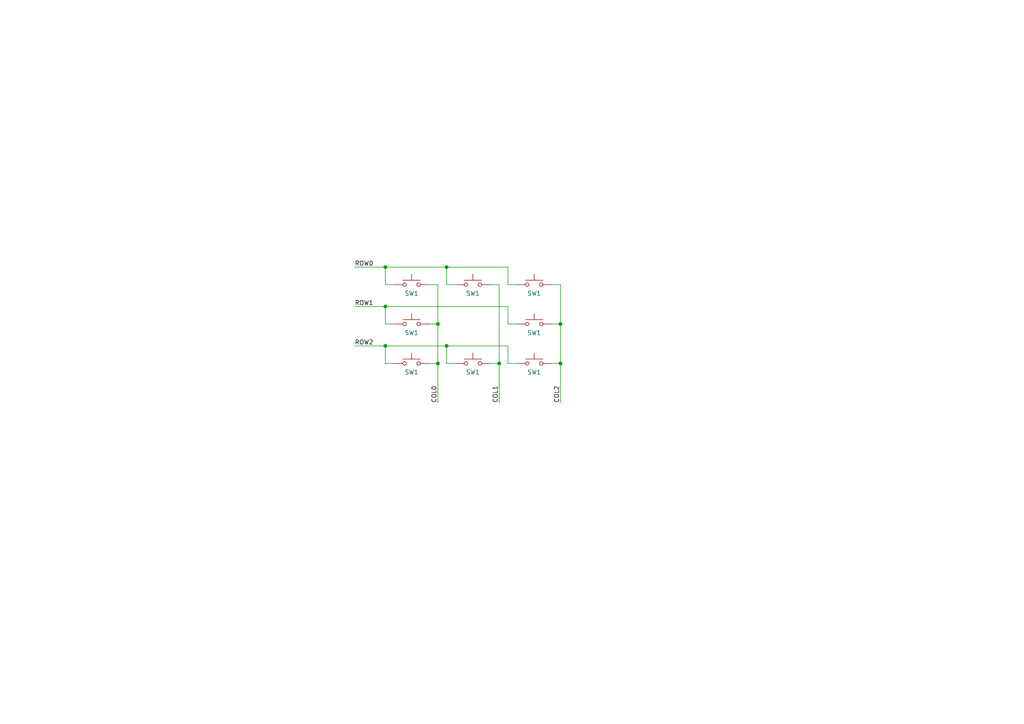
<source format=kicad_sch>
(kicad_sch (version 20230121) (generator eeschema)
  (paper "A4")
  (lib_symbols
    (symbol "Switch:SW_Push" (pin_numbers hide) (pin_names (offset 1.016) hide)
      (property "Reference" "SW" (at 1.27 2.54 0))
      (property "Value" "SW_Push" (at 0 -1.524 0))
      (symbol "SW_Push_0_1"
        (circle (center -2.032 0) (radius 0.508))
        (polyline (pts (xy 0 1.27) (xy 0 3.048)))
        (polyline (pts (xy 2.54 1.27) (xy -2.54 1.27)))
        (circle (center 2.032 0) (radius 0.508))
        (pin passive line (at -5.08 0 0) (length 2.54) (name "1") (number "1"))
        (pin passive line (at 5.08 0 180) (length 2.54) (name "2") (number "2"))
      )
    )
  )
  (junction (at 111.76 77.47))
  (junction (at 127 93.98))
  (junction (at 129.54 77.47))
  (junction (at 127 105.41))
  (junction (at 144.78 105.41))
  (junction (at 111.76 88.9))
  (junction (at 111.76 100.33))
  (junction (at 162.56 93.98))
  (junction (at 129.54 100.33))
  (junction (at 162.56 105.41))
  (wire (pts (xy 111.76 77.47) (xy 129.54 77.47)))
  (wire (pts (xy 129.54 100.33) (xy 129.54 105.41)))
  (wire (pts (xy 102.87 77.47) (xy 111.76 77.47)))
  (wire (pts (xy 102.87 100.33) (xy 111.76 100.33)))
  (wire (pts (xy 147.32 100.33) (xy 147.32 105.41)))
  (wire (pts (xy 129.54 77.47) (xy 147.32 77.47)))
  (wire (pts (xy 111.76 100.33) (xy 129.54 100.33)))
  (wire (pts (xy 147.32 88.9) (xy 147.32 93.98)))
  (wire (pts (xy 111.76 105.41) (xy 114.3 105.41)))
  (wire (pts (xy 162.56 93.98) (xy 162.56 105.41)))
  (wire (pts (xy 147.32 77.47) (xy 147.32 82.55)))
  (wire (pts (xy 111.76 93.98) (xy 114.3 93.98)))
  (wire (pts (xy 111.76 82.55) (xy 114.3 82.55)))
  (wire (pts (xy 129.54 105.41) (xy 132.08 105.41)))
  (wire (pts (xy 129.54 77.47) (xy 129.54 82.55)))
  (wire (pts (xy 129.54 100.33) (xy 147.32 100.33)))
  (wire (pts (xy 129.54 82.55) (xy 132.08 82.55)))
  (wire (pts (xy 147.32 82.55) (xy 149.86 82.55)))
  (wire (pts (xy 162.56 105.41) (xy 162.56 116.84)))
  (wire (pts (xy 162.56 82.55) (xy 162.56 93.98)))
  (wire (pts (xy 102.87 88.9) (xy 111.76 88.9)))
  (wire (pts (xy 111.76 100.33) (xy 111.76 105.41)))
  (wire (pts (xy 142.24 105.41) (xy 144.78 105.41)))
  (wire (pts (xy 124.46 82.55) (xy 127 82.55)))
  (wire (pts (xy 160.02 105.41) (xy 162.56 105.41)))
  (wire (pts (xy 147.32 93.98) (xy 149.86 93.98)))
  (wire (pts (xy 124.46 93.98) (xy 127 93.98)))
  (wire (pts (xy 142.24 82.55) (xy 144.78 82.55)))
  (wire (pts (xy 160.02 93.98) (xy 162.56 93.98)))
  (wire (pts (xy 127 93.98) (xy 127 105.41)))
  (wire (pts (xy 111.76 88.9) (xy 111.76 93.98)))
  (wire (pts (xy 160.02 82.55) (xy 162.56 82.55)))
  (wire (pts (xy 127 105.41) (xy 127 116.84)))
  (wire (pts (xy 124.46 105.41) (xy 127 105.41)))
  (wire (pts (xy 144.78 82.55) (xy 144.78 105.41)))
  (wire (pts (xy 111.76 88.9) (xy 147.32 88.9)))
  (wire (pts (xy 111.76 77.47) (xy 111.76 82.55)))
  (wire (pts (xy 127 82.55) (xy 127 93.98)))
  (wire (pts (xy 147.32 105.41) (xy 149.86 105.41)))
  (wire (pts (xy 144.78 105.41) (xy 144.78 116.84)))
  (label "ROW1" (at 102.87 88.9 0))
  (label "COL2" (at 162.56 116.84 90))
  (label "COL1" (at 144.78 116.84 90))
  (label "COL0" (at 127 116.84 90))
  (label "ROW2" (at 102.87 100.33 0))
  (label "ROW0" (at 102.87 77.47 0))
  (symbol (lib_id "Switch:SW_Push") (at 119.38 105.41 0) (unit 1) (on_board no)
    (property "Reference" "SW1" (at 119.38 107.95 0))
    (property "Value" "SW_Push" (effects hide))
    (property "Footprint" "Button_Switch_SMD:SW_Push_1P1T_NO_Vertical_Wuerth_434133025816" (effects hide))
    (instances (project "spotlight-v2" (path "" (reference "SW1") (unit 1))) (project "keyboard-matrix-testboard" (path "" (reference "SW6") (unit 1)) (path "" (reference "SW20") (unit 1))) (project "nrf-display" (path "" (reference "SW1") (unit 1))) (project "nrf-multi-io" (path "" (reference "SW1") (unit 1))))
  )
  (symbol (lib_id "Switch:SW_Push") (at 137.16 105.41 0) (unit 1) (on_board no)
    (property "Reference" "SW1" (at 137.16 107.95 0))
    (property "Value" "SW_Push" (effects hide))
    (property "Footprint" "Button_Switch_SMD:SW_Push_1P1T_NO_Vertical_Wuerth_434133025816" (effects hide))
    (instances (project "spotlight-v2" (path "" (reference "SW1") (unit 1))) (project "keyboard-matrix-testboard" (path "" (reference "SW7") (unit 1)) (path "" (reference "SW22") (unit 1))) (project "nrf-display" (path "" (reference "SW1") (unit 1))) (project "nrf-multi-io" (path "" (reference "SW1") (unit 1))))
  )
  (symbol (lib_id "Switch:SW_Push") (at 154.94 93.98 0) (unit 1) (on_board no)
    (property "Reference" "SW1" (at 154.94 96.52 0))
    (property "Value" "SW_Push" (effects hide))
    (property "Footprint" "Button_Switch_SMD:SW_Push_1P1T_NO_Vertical_Wuerth_434133025816" (effects hide))
    (instances (project "spotlight-v2" (path "" (reference "SW1") (unit 1))) (project "keyboard-matrix-testboard" (path "" (reference "SW5") (unit 1)) (path "" (reference "SW24") (unit 1))) (project "nrf-display" (path "" (reference "SW1") (unit 1))) (project "nrf-multi-io" (path "" (reference "SW1") (unit 1))))
  )
  (symbol (lib_id "Switch:SW_Push") (at 119.38 82.55 0) (unit 1) (on_board no)
    (property "Reference" "SW1" (at 119.38 85.09 0))
    (property "Value" "SW_Push" (effects hide))
    (property "Footprint" "Button_Switch_SMD:SW_Push_1P1T_NO_Vertical_Wuerth_434133025816" (effects hide))
    (instances (project "spotlight-v2" (path "" (reference "SW1") (unit 1))) (project "keyboard-matrix-testboard" (path "" (reference "SW0") (unit 1)) (path "" (reference "SW18") (unit 1))) (project "nrf-display" (path "" (reference "SW1") (unit 1))) (project "nrf-multi-io" (path "" (reference "SW1") (unit 1))))
  )
  (symbol (lib_id "Switch:SW_Push") (at 119.38 93.98 0) (unit 1) (on_board no)
    (property "Reference" "SW1" (at 119.38 96.52 0))
    (property "Value" "SW_Push" (effects hide))
    (property "Footprint" "Button_Switch_SMD:SW_Push_1P1T_NO_Vertical_Wuerth_434133025816" (effects hide))
    (instances (project "spotlight-v2" (path "" (reference "SW1") (unit 1))) (project "keyboard-matrix-testboard" (path "" (reference "SW3") (unit 1)) (path "" (reference "SW19") (unit 1))) (project "nrf-display" (path "" (reference "SW1") (unit 1))) (project "nrf-multi-io" (path "" (reference "SW1") (unit 1))))
  )
  (symbol (lib_id "Switch:SW_Push") (at 154.94 82.55 0) (unit 1) (on_board no)
    (property "Reference" "SW1" (at 154.94 85.09 0))
    (property "Value" "SW_Push" (effects hide))
    (property "Footprint" "Button_Switch_SMD:SW_Push_1P1T_NO_Vertical_Wuerth_434133025816" (effects hide))
    (instances (project "spotlight-v2" (path "" (reference "SW1") (unit 1))) (project "keyboard-matrix-testboard" (path "" (reference "SW2") (unit 1)) (path "" (reference "SW23") (unit 1))) (project "nrf-display" (path "" (reference "SW1") (unit 1))) (project "nrf-multi-io" (path "" (reference "SW1") (unit 1))))
  )
  (symbol (lib_id "Switch:SW_Push") (at 137.16 82.55 0) (unit 1) (on_board no)
    (property "Reference" "SW1" (at 137.16 85.09 0))
    (property "Value" "SW_Push" (effects hide))
    (property "Footprint" "Button_Switch_SMD:SW_Push_1P1T_NO_Vertical_Wuerth_434133025816" (effects hide))
    (instances (project "spotlight-v2" (path "" (reference "SW1") (unit 1))) (project "keyboard-matrix-testboard" (path "" (reference "SW1") (unit 1)) (path "" (reference "SW21") (unit 1))) (project "nrf-display" (path "" (reference "SW1") (unit 1))) (project "nrf-multi-io" (path "" (reference "SW1") (unit 1))))
  )
  (symbol (lib_id "Switch:SW_Push") (at 154.94 105.41 0) (unit 1) (on_board no)
    (property "Reference" "SW1" (at 154.94 107.95 0))
    (property "Value" "SW_Push" (effects hide))
    (property "Footprint" "Button_Switch_SMD:SW_Push_1P1T_NO_Vertical_Wuerth_434133025816" (effects hide))
    (instances (project "spotlight-v2" (path "" (reference "SW1") (unit 1))) (project "keyboard-matrix-testboard" (path "" (reference "SW8") (unit 1)) (path "" (reference "SW25") (unit 1))) (project "nrf-display" (path "" (reference "SW1") (unit 1))) (project "nrf-multi-io" (path "" (reference "SW1") (unit 1))))
  )
)
</source>
